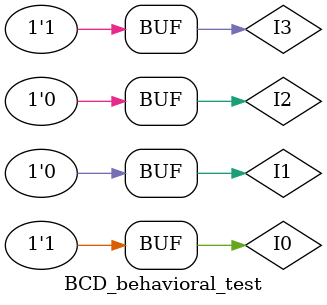
<source format=v>
`timescale 1ns / 1ps


module BCD_behavioral_test;

	// Inputs
	reg I0;
	reg I1;
	reg I2;
	reg I3;

	// Outputs
	wire [6:0] Y;

	// Instantiate the Unit Under Test (UUT)
	BCD_behavioral uut (
		.Y(Y), 
		.I0(I0), 
		.I1(I1), 
		.I2(I2), 
		.I3(I3)
	);

	initial begin
		// Initialize Inputs
		I0 = 0;	I1 = 0;	I2 = 0;	I3 = 0; #100; //0000
		I0 = 0;	I1 = 0;	I2 = 0;	I3 = 1; #100; //0001
		I0 = 0;	I1 = 0;	I2 = 1;	I3 = 0; #100; //0010
		I0 = 0;	I1 = 0;	I2 = 1;	I3 = 1; #100; //0011
		I0 = 0;	I1 = 1;	I2 = 0;	I3 = 0; #100; //0100
		I0 = 0;	I1 = 1;	I2 = 0;	I3 = 1; #100; //0101
		I0 = 0;	I1 = 1;	I2 = 1;	I3 = 0; #100; //0110
		I0 = 0;	I1 = 1;	I2 = 1;	I3 = 1; #100; //0111
		I0 = 1;	I1 = 0;	I2 = 0;	I3 = 0; #100; //1000
		I0 = 1;	I1 = 0;	I2 = 0;	I3 = 1; #100; //1001		

		// Wait 100 ns for global reset to finish
		#100;
        
		// Add stimulus here

	end
      
endmodule


</source>
